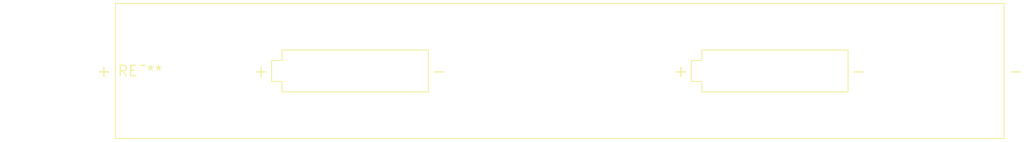
<source format=kicad_pcb>
(kicad_pcb (version 20240108) (generator pcbnew)
  (layers (0 "F.Cu" signal) (31 "B.Cu" signal) (34 "B.Paste" user) (35 "F.Paste" user) (36 "B.SilkS" user "B.Silkscreen") (37 "F.SilkS" user "F.Silkscreen") (38 "B.Mask" user) (39 "F.Mask" user) (44 "Edge.Cuts" user))
  (net 0 "")
  (footprint "BatteryHolder_MPD_BC12AAPC_2xAA" (layer "F.Cu") (at 0 0)
    (property "Reference" "REF**")
    (property "Value" "BatteryHolder_MPD_BC12AAPC_2xAA")
    (fp_line (start -3 -8.2) (end -3 8.2) (layer "F.SilkS") (stroke (width 0.12)))
    (fp_line (start -3 8.2) (end 105 8.2) (layer "F.SilkS") (stroke (width 0.12)))
    (fp_line (start 15.975 -1.27) (end 17.245 -1.27) (layer "F.SilkS") (stroke (width 0.12)))
    (fp_line (start 15.975 1.27) (end 15.975 -1.27) (layer "F.SilkS") (stroke (width 0.12)))
    (fp_line (start 17.245 -2.54) (end 35.025 -2.54) (layer "F.SilkS") (stroke (width 0.12)))
    (fp_line (start 17.245 -1.27) (end 17.245 -2.54) (layer "F.SilkS") (stroke (width 0.12)))
    (fp_line (start 17.245 1.27) (end 15.975 1.27) (layer "F.SilkS") (stroke (width 0.12)))
    (fp_line (start 17.245 2.54) (end 17.245 1.27) (layer "F.SilkS") (stroke (width 0.12)))
    (fp_line (start 35.025 -2.54) (end 35.025 2.54) (layer "F.SilkS") (stroke (width 0.12)))
    (fp_line (start 35.025 2.54) (end 17.245 2.54) (layer "F.SilkS") (stroke (width 0.12)))
    (fp_line (start 66.975 -1.27) (end 68.245 -1.27) (layer "F.SilkS") (stroke (width 0.12)))
    (fp_line (start 66.975 1.27) (end 66.975 -1.27) (layer "F.SilkS") (stroke (width 0.12)))
    (fp_line (start 68.245 -2.54) (end 86.025 -2.54) (layer "F.SilkS") (stroke (width 0.12)))
    (fp_line (start 68.245 -1.27) (end 68.245 -2.54) (layer "F.SilkS") (stroke (width 0.12)))
    (fp_line (start 68.245 1.27) (end 66.975 1.27) (layer "F.SilkS") (stroke (width 0.12)))
    (fp_line (start 68.245 2.54) (end 68.245 1.27) (layer "F.SilkS") (stroke (width 0.12)))
    (fp_line (start 86.025 -2.54) (end 86.025 2.54) (layer "F.SilkS") (stroke (width 0.12)))
    (fp_line (start 86.025 2.54) (end 68.245 2.54) (layer "F.SilkS") (stroke (width 0.12)))
    (fp_line (start 105 -8.2) (end -3 -8.2) (layer "F.SilkS") (stroke (width 0.12)))
    (fp_line (start 105 8.2) (end 105 -8.2) (layer "F.SilkS") (stroke (width 0.12)))
    (fp_text user "+" (at 14.705 0 0) (layer "F.SilkS") (effects (font (size 1.5 1.5))))
    (fp_text user "+" (at -4.4 0 0) (layer "F.SilkS") (effects (font (size 1.5 1.5))))
    (fp_text user "-" (at 106.4 0 0) (layer "F.SilkS") (effects (font (size 1.5 1.5))))
    (fp_text user "-" (at 36.295 0 0) (layer "F.SilkS") (effects (font (size 1.5 1.5))))
    (fp_text user "-" (at 87.295 0 0) (layer "F.SilkS") (effects (font (size 1.5 1.5))))
    (fp_text user "+" (at 65.705 0 0) (layer "F.SilkS") (effects (font (size 1.5 1.5))))
    (pad "" np_thru_hole circle (at 26.15 -4.75) (size 2.5 2.5) (drill 2.5) (layers *.Cu *.Mask))
    (pad "" np_thru_hole circle (at 26.15 4.75) (size 2.5 2.5) (drill 2.5) (layers *.Cu *.Mask))
    (pad "" np_thru_hole circle (at 75.85 -4.75) (size 2.5 2.5) (drill 2.5) (layers *.Cu *.Mask))
    (pad "" np_thru_hole circle (at 75.85 4.75) (size 2.5 2.5) (drill 2.5) (layers *.Cu *.Mask))
    (pad "1" thru_hole rect (at 0 0) (size 2.23 2.23) (drill 1.23) (layers *.Cu *.Mask) (remove_unused_layers))
    (pad "2" thru_hole circle (at 102 0) (size 2.23 2.23) (drill 1.23) (layers *.Cu *.Mask) (remove_unused_layers))
  )
)
</source>
